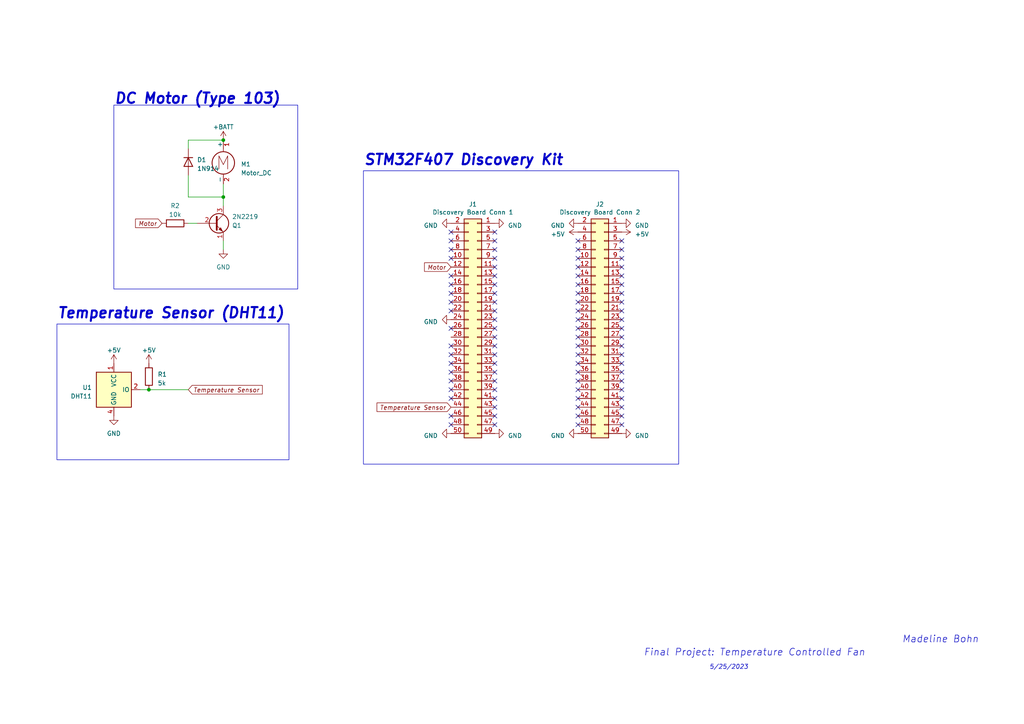
<source format=kicad_sch>
(kicad_sch (version 20230121) (generator eeschema)
  (paper "A4")
  (lib_symbols
    (symbol "Connector_Generic:Conn_02x25_Odd_Even" (pin_names (offset 1.016) hide)
      (property "Reference" "J" (at 1.27 33.02 0))
      (property "Value" "Conn_02x25_Odd_Even" (at 1.27 -33.02 0))
      (symbol "Conn_02x25_Odd_Even_1_1"
        (rectangle (start -1.27 -30.353) (end 0 -30.607) (stroke (width 0.1524)))
        (rectangle (start -1.27 -27.813) (end 0 -28.067) (stroke (width 0.1524)))
        (rectangle (start -1.27 -25.273) (end 0 -25.527) (stroke (width 0.1524)))
        (rectangle (start -1.27 -22.733) (end 0 -22.987) (stroke (width 0.1524)))
        (rectangle (start -1.27 -20.193) (end 0 -20.447) (stroke (width 0.1524)))
        (rectangle (start -1.27 -17.653) (end 0 -17.907) (stroke (width 0.1524)))
        (rectangle (start -1.27 -15.113) (end 0 -15.367) (stroke (width 0.1524)))
        (rectangle (start -1.27 -12.573) (end 0 -12.827) (stroke (width 0.1524)))
        (rectangle (start -1.27 -10.033) (end 0 -10.287) (stroke (width 0.1524)))
        (rectangle (start -1.27 -7.493) (end 0 -7.747) (stroke (width 0.1524)))
        (rectangle (start -1.27 -4.953) (end 0 -5.207) (stroke (width 0.1524)))
        (rectangle (start -1.27 -2.413) (end 0 -2.667) (stroke (width 0.1524)))
        (rectangle (start -1.27 0.127) (end 0 -0.127) (stroke (width 0.1524)))
        (rectangle (start -1.27 2.667) (end 0 2.413) (stroke (width 0.1524)))
        (rectangle (start -1.27 5.207) (end 0 4.953) (stroke (width 0.1524)))
        (rectangle (start -1.27 7.747) (end 0 7.493) (stroke (width 0.1524)))
        (rectangle (start -1.27 10.287) (end 0 10.033) (stroke (width 0.1524)))
        (rectangle (start -1.27 12.827) (end 0 12.573) (stroke (width 0.1524)))
        (rectangle (start -1.27 15.367) (end 0 15.113) (stroke (width 0.1524)))
        (rectangle (start -1.27 17.907) (end 0 17.653) (stroke (width 0.1524)))
        (rectangle (start -1.27 20.447) (end 0 20.193) (stroke (width 0.1524)))
        (rectangle (start -1.27 22.987) (end 0 22.733) (stroke (width 0.1524)))
        (rectangle (start -1.27 25.527) (end 0 25.273) (stroke (width 0.1524)))
        (rectangle (start -1.27 28.067) (end 0 27.813) (stroke (width 0.1524)))
        (rectangle (start -1.27 30.607) (end 0 30.353) (stroke (width 0.1524)))
        (rectangle (start -1.27 31.75) (end 3.81 -31.75) (stroke (width 0.254)) (fill (type background)))
        (rectangle (start 3.81 -30.353) (end 2.54 -30.607) (stroke (width 0.1524)))
        (rectangle (start 3.81 -27.813) (end 2.54 -28.067) (stroke (width 0.1524)))
        (rectangle (start 3.81 -25.273) (end 2.54 -25.527) (stroke (width 0.1524)))
        (rectangle (start 3.81 -22.733) (end 2.54 -22.987) (stroke (width 0.1524)))
        (rectangle (start 3.81 -20.193) (end 2.54 -20.447) (stroke (width 0.1524)))
        (rectangle (start 3.81 -17.653) (end 2.54 -17.907) (stroke (width 0.1524)))
        (rectangle (start 3.81 -15.113) (end 2.54 -15.367) (stroke (width 0.1524)))
        (rectangle (start 3.81 -12.573) (end 2.54 -12.827) (stroke (width 0.1524)))
        (rectangle (start 3.81 -10.033) (end 2.54 -10.287) (stroke (width 0.1524)))
        (rectangle (start 3.81 -7.493) (end 2.54 -7.747) (stroke (width 0.1524)))
        (rectangle (start 3.81 -4.953) (end 2.54 -5.207) (stroke (width 0.1524)))
        (rectangle (start 3.81 -2.413) (end 2.54 -2.667) (stroke (width 0.1524)))
        (rectangle (start 3.81 0.127) (end 2.54 -0.127) (stroke (width 0.1524)))
        (rectangle (start 3.81 2.667) (end 2.54 2.413) (stroke (width 0.1524)))
        (rectangle (start 3.81 5.207) (end 2.54 4.953) (stroke (width 0.1524)))
        (rectangle (start 3.81 7.747) (end 2.54 7.493) (stroke (width 0.1524)))
        (rectangle (start 3.81 10.287) (end 2.54 10.033) (stroke (width 0.1524)))
        (rectangle (start 3.81 12.827) (end 2.54 12.573) (stroke (width 0.1524)))
        (rectangle (start 3.81 15.367) (end 2.54 15.113) (stroke (width 0.1524)))
        (rectangle (start 3.81 17.907) (end 2.54 17.653) (stroke (width 0.1524)))
        (rectangle (start 3.81 20.447) (end 2.54 20.193) (stroke (width 0.1524)))
        (rectangle (start 3.81 22.987) (end 2.54 22.733) (stroke (width 0.1524)))
        (rectangle (start 3.81 25.527) (end 2.54 25.273) (stroke (width 0.1524)))
        (rectangle (start 3.81 28.067) (end 2.54 27.813) (stroke (width 0.1524)))
        (rectangle (start 3.81 30.607) (end 2.54 30.353) (stroke (width 0.1524)))
        (pin passive line (at -5.08 30.48 0) (length 3.81) (name "Pin_1") (number "1"))
        (pin passive line (at 7.62 20.32 180) (length 3.81) (name "Pin_10") (number "10"))
        (pin passive line (at -5.08 17.78 0) (length 3.81) (name "Pin_11") (number "11"))
        (pin passive line (at 7.62 17.78 180) (length 3.81) (name "Pin_12") (number "12"))
        (pin passive line (at -5.08 15.24 0) (length 3.81) (name "Pin_13") (number "13"))
        (pin passive line (at 7.62 15.24 180) (length 3.81) (name "Pin_14") (number "14"))
        (pin passive line (at -5.08 12.7 0) (length 3.81) (name "Pin_15") (number "15"))
        (pin passive line (at 7.62 12.7 180) (length 3.81) (name "Pin_16") (number "16"))
        (pin passive line (at -5.08 10.16 0) (length 3.81) (name "Pin_17") (number "17"))
        (pin passive line (at 7.62 10.16 180) (length 3.81) (name "Pin_18") (number "18"))
        (pin passive line (at -5.08 7.62 0) (length 3.81) (name "Pin_19") (number "19"))
        (pin passive line (at 7.62 30.48 180) (length 3.81) (name "Pin_2") (number "2"))
        (pin passive line (at 7.62 7.62 180) (length 3.81) (name "Pin_20") (number "20"))
        (pin passive line (at -5.08 5.08 0) (length 3.81) (name "Pin_21") (number "21"))
        (pin passive line (at 7.62 5.08 180) (length 3.81) (name "Pin_22") (number "22"))
        (pin passive line (at -5.08 2.54 0) (length 3.81) (name "Pin_23") (number "23"))
        (pin passive line (at 7.62 2.54 180) (length 3.81) (name "Pin_24") (number "24"))
        (pin passive line (at -5.08 0 0) (length 3.81) (name "Pin_25") (number "25"))
        (pin passive line (at 7.62 0 180) (length 3.81) (name "Pin_26") (number "26"))
        (pin passive line (at -5.08 -2.54 0) (length 3.81) (name "Pin_27") (number "27"))
        (pin passive line (at 7.62 -2.54 180) (length 3.81) (name "Pin_28") (number "28"))
        (pin passive line (at -5.08 -5.08 0) (length 3.81) (name "Pin_29") (number "29"))
        (pin passive line (at -5.08 27.94 0) (length 3.81) (name "Pin_3") (number "3"))
        (pin passive line (at 7.62 -5.08 180) (length 3.81) (name "Pin_30") (number "30"))
        (pin passive line (at -5.08 -7.62 0) (length 3.81) (name "Pin_31") (number "31"))
        (pin passive line (at 7.62 -7.62 180) (length 3.81) (name "Pin_32") (number "32"))
        (pin passive line (at -5.08 -10.16 0) (length 3.81) (name "Pin_33") (number "33"))
        (pin passive line (at 7.62 -10.16 180) (length 3.81) (name "Pin_34") (number "34"))
        (pin passive line (at -5.08 -12.7 0) (length 3.81) (name "Pin_35") (number "35"))
        (pin passive line (at 7.62 -12.7 180) (length 3.81) (name "Pin_36") (number "36"))
        (pin passive line (at -5.08 -15.24 0) (length 3.81) (name "Pin_37") (number "37"))
        (pin passive line (at 7.62 -15.24 180) (length 3.81) (name "Pin_38") (number "38"))
        (pin passive line (at -5.08 -17.78 0) (length 3.81) (name "Pin_39") (number "39"))
        (pin passive line (at 7.62 27.94 180) (length 3.81) (name "Pin_4") (number "4"))
        (pin passive line (at 7.62 -17.78 180) (length 3.81) (name "Pin_40") (number "40"))
        (pin passive line (at -5.08 -20.32 0) (length 3.81) (name "Pin_41") (number "41"))
        (pin passive line (at 7.62 -20.32 180) (length 3.81) (name "Pin_42") (number "42"))
        (pin passive line (at -5.08 -22.86 0) (length 3.81) (name "Pin_43") (number "43"))
        (pin passive line (at 7.62 -22.86 180) (length 3.81) (name "Pin_44") (number "44"))
        (pin passive line (at -5.08 -25.4 0) (length 3.81) (name "Pin_45") (number "45"))
        (pin passive line (at 7.62 -25.4 180) (length 3.81) (name "Pin_46") (number "46"))
        (pin passive line (at -5.08 -27.94 0) (length 3.81) (name "Pin_47") (number "47"))
        (pin passive line (at 7.62 -27.94 180) (length 3.81) (name "Pin_48") (number "48"))
        (pin passive line (at -5.08 -30.48 0) (length 3.81) (name "Pin_49") (number "49"))
        (pin passive line (at -5.08 25.4 0) (length 3.81) (name "Pin_5") (number "5"))
        (pin passive line (at 7.62 -30.48 180) (length 3.81) (name "Pin_50") (number "50"))
        (pin passive line (at 7.62 25.4 180) (length 3.81) (name "Pin_6") (number "6"))
        (pin passive line (at -5.08 22.86 0) (length 3.81) (name "Pin_7") (number "7"))
        (pin passive line (at 7.62 22.86 180) (length 3.81) (name "Pin_8") (number "8"))
        (pin passive line (at -5.08 20.32 0) (length 3.81) (name "Pin_9") (number "9"))
      )
    )
    (symbol "Device:R" (pin_numbers hide) (pin_names (offset 0))
      (property "Reference" "R" (at 2.032 0 90))
      (property "Value" "R" (at 0 0 90))
      (symbol "R_0_1"
        (rectangle (start -1.016 -2.54) (end 1.016 2.54) (stroke (width 0.254)))
      )
      (symbol "R_1_1"
        (pin passive line (at 0 3.81 270) (length 1.27) (name "~") (number "1"))
        (pin passive line (at 0 -3.81 90) (length 1.27) (name "~") (number "2"))
      )
    )
    (symbol "Diode:1N914" (pin_numbers hide) (pin_names hide)
      (property "Reference" "D" (at 0 2.54 0))
      (property "Value" "1N914" (at 0 -2.54 0))
      (symbol "1N914_0_1"
        (polyline (pts (xy -1.27 1.27) (xy -1.27 -1.27)) (stroke (width 0.254)))
        (polyline (pts (xy 1.27 0) (xy -1.27 0)))
        (polyline (pts (xy 1.27 1.27) (xy 1.27 -1.27) (xy -1.27 0) (xy 1.27 1.27)) (stroke (width 0.254)))
      )
      (symbol "1N914_1_1"
        (pin passive line (at -3.81 0 0) (length 2.54) (name "K") (number "1"))
        (pin passive line (at 3.81 0 180) (length 2.54) (name "A") (number "2"))
      )
    )
    (symbol "Motor:Motor_DC" (pin_names (offset 0))
      (property "Reference" "M" (at 2.54 2.54 0))
      (property "Value" "Motor_DC" (at 2.54 -5.08 0))
      (symbol "Motor_DC_0_0"
        (polyline (pts (xy -1.27 -3.302) (xy -1.27 0.508) (xy 0 -2.032) (xy 1.27 0.508) (xy 1.27 -3.302)))
      )
      (symbol "Motor_DC_0_1"
        (circle (center 0 -1.524) (radius 3.2512) (stroke (width 0.254)))
        (polyline (pts (xy 0 -7.62) (xy 0 -7.112)))
        (polyline (pts (xy 0 -4.7752) (xy 0 -5.1816)))
        (polyline (pts (xy 0 1.7272) (xy 0 2.0828)))
        (polyline (pts (xy 0 2.032) (xy 0 2.54)))
      )
      (symbol "Motor_DC_1_1"
        (pin passive line (at 0 5.08 270) (length 2.54) (name "+") (number "1"))
        (pin passive line (at 0 -7.62 90) (length 2.54) (name "-") (number "2"))
      )
    )
    (symbol "Sensor:DHT11"
      (property "Reference" "U" (at -3.81 6.35 0))
      (property "Value" "DHT11" (at 3.81 6.35 0))
      (symbol "DHT11_0_1"
        (rectangle (start -5.08 5.08) (end 5.08 -5.08) (stroke (width 0.254)) (fill (type background)))
      )
      (symbol "DHT11_1_1"
        (pin power_in line (at 0 7.62 270) (length 2.54) (name "VCC") (number "1"))
        (pin bidirectional line (at 7.62 0 180) (length 2.54) (name "IO") (number "2"))
        (pin no_connect line (at -5.08 0 0) (length 2.54) hide (name "NC") (number "3"))
        (pin power_in line (at 0 -7.62 90) (length 2.54) (name "GND") (number "4"))
      )
    )
    (symbol "Transistor_BJT:2N2219" (pin_names (offset 0) hide)
      (property "Reference" "Q" (at 5.08 1.905 0))
      (property "Value" "2N2219" (at 5.08 0 0))
      (symbol "2N2219_0_1"
        (polyline (pts (xy 0.635 0.635) (xy 2.54 2.54)))
        (polyline (pts (xy 0.635 -0.635) (xy 2.54 -2.54) (xy 2.54 -2.54)))
        (polyline (pts (xy 0.635 1.905) (xy 0.635 -1.905) (xy 0.635 -1.905)) (stroke (width 0.508)))
        (polyline (pts (xy 1.27 -1.778) (xy 1.778 -1.27) (xy 2.286 -2.286) (xy 1.27 -1.778) (xy 1.27 -1.778)) (fill (type outline)))
        (circle (center 1.27 0) (radius 2.8194) (stroke (width 0.254)))
      )
      (symbol "2N2219_1_1"
        (pin passive line (at 2.54 -5.08 90) (length 2.54) (name "E") (number "1"))
        (pin passive line (at -5.08 0 0) (length 5.715) (name "B") (number "2"))
        (pin passive line (at 2.54 5.08 270) (length 2.54) (name "C") (number "3"))
      )
    )
    (symbol "power:+5V" (power) (pin_names (offset 0))
      (property "Value" "+5V" (at 0 3.556 0))
      (symbol "+5V_0_1"
        (polyline (pts (xy -0.762 1.27) (xy 0 2.54)))
        (polyline (pts (xy 0 0) (xy 0 2.54)))
        (polyline (pts (xy 0 2.54) (xy 0.762 1.27)))
      )
      (symbol "+5V_1_1"
        (pin power_in line (at 0 0 90) (length 0) hide (name "+5V") (number "1"))
      )
    )
    (symbol "power:+BATT" (power) (pin_names (offset 0))
      (property "Value" "+BATT" (at 0 3.556 0))
      (symbol "+BATT_0_1"
        (polyline (pts (xy -0.762 1.27) (xy 0 2.54)))
        (polyline (pts (xy 0 0) (xy 0 2.54)))
        (polyline (pts (xy 0 2.54) (xy 0.762 1.27)))
      )
      (symbol "+BATT_1_1"
        (pin power_in line (at 0 0 90) (length 0) hide (name "+BATT") (number "1"))
      )
    )
    (symbol "power:GND" (power) (pin_names (offset 0))
      (property "Value" "GND" (at 0 -3.81 0))
      (symbol "GND_0_1"
        (polyline (pts (xy 0 0) (xy 0 -1.27) (xy 1.27 -1.27) (xy 0 -2.54) (xy -1.27 -1.27) (xy 0 -1.27)))
      )
      (symbol "GND_1_1"
        (pin power_in line (at 0 0 270) (length 0) hide (name "GND") (number "1"))
      )
    )
  )
  (junction (at 64.77 57.15))
  (junction (at 43.18 113.03))
  (junction (at 64.77 40.64))
  (no_connect (at 180.34 77.47))
  (no_connect (at 167.64 90.17))
  (no_connect (at 180.34 102.87))
  (no_connect (at 130.81 95.25))
  (no_connect (at 143.51 87.63))
  (no_connect (at 167.64 92.71))
  (no_connect (at 167.64 118.11))
  (no_connect (at 167.64 74.93))
  (no_connect (at 130.81 110.49))
  (no_connect (at 180.34 72.39))
  (no_connect (at 130.81 105.41))
  (no_connect (at 143.51 120.65))
  (no_connect (at 180.34 118.11))
  (no_connect (at 130.81 90.17))
  (no_connect (at 130.81 100.33))
  (no_connect (at 167.64 100.33))
  (no_connect (at 180.34 87.63))
  (no_connect (at 167.64 77.47))
  (no_connect (at 143.51 74.93))
  (no_connect (at 180.34 110.49))
  (no_connect (at 167.64 85.09))
  (no_connect (at 143.51 110.49))
  (no_connect (at 143.51 82.55))
  (no_connect (at 143.51 97.79))
  (no_connect (at 167.64 105.41))
  (no_connect (at 180.34 107.95))
  (no_connect (at 167.64 113.03))
  (no_connect (at 167.64 87.63))
  (no_connect (at 143.51 123.19))
  (no_connect (at 143.51 115.57))
  (no_connect (at 130.81 80.01))
  (no_connect (at 143.51 113.03))
  (no_connect (at 130.81 115.57))
  (no_connect (at 180.34 90.17))
  (no_connect (at 167.64 69.85))
  (no_connect (at 143.51 102.87))
  (no_connect (at 130.81 107.95))
  (no_connect (at 143.51 90.17))
  (no_connect (at 143.51 105.41))
  (no_connect (at 167.64 97.79))
  (no_connect (at 180.34 85.09))
  (no_connect (at 180.34 113.03))
  (no_connect (at 130.81 85.09))
  (no_connect (at 143.51 107.95))
  (no_connect (at 143.51 77.47))
  (no_connect (at 130.81 67.31))
  (no_connect (at 130.81 120.65))
  (no_connect (at 167.64 115.57))
  (no_connect (at 167.64 120.65))
  (no_connect (at 180.34 100.33))
  (no_connect (at 130.81 82.55))
  (no_connect (at 167.64 82.55))
  (no_connect (at 180.34 120.65))
  (no_connect (at 143.51 95.25))
  (no_connect (at 143.51 72.39))
  (no_connect (at 180.34 95.25))
  (no_connect (at 180.34 82.55))
  (no_connect (at 130.81 74.93))
  (no_connect (at 180.34 115.57))
  (no_connect (at 180.34 74.93))
  (no_connect (at 167.64 123.19))
  (no_connect (at 143.51 118.11))
  (no_connect (at 143.51 92.71))
  (no_connect (at 130.81 113.03))
  (no_connect (at 167.64 110.49))
  (no_connect (at 143.51 80.01))
  (no_connect (at 167.64 80.01))
  (no_connect (at 130.81 123.19))
  (no_connect (at 180.34 80.01))
  (no_connect (at 167.64 72.39))
  (no_connect (at 130.81 87.63))
  (no_connect (at 130.81 69.85))
  (no_connect (at 143.51 85.09))
  (no_connect (at 180.34 97.79))
  (no_connect (at 143.51 67.31))
  (no_connect (at 130.81 102.87))
  (no_connect (at 167.64 102.87))
  (no_connect (at 167.64 95.25))
  (no_connect (at 180.34 105.41))
  (no_connect (at 180.34 123.19))
  (no_connect (at 180.34 92.71))
  (no_connect (at 143.51 100.33))
  (no_connect (at 167.64 107.95))
  (no_connect (at 130.81 72.39))
  (no_connect (at 180.34 69.85))
  (no_connect (at 143.51 69.85))
  (wire (pts (xy 64.77 53.34) (xy 64.77 57.15)))
  (wire (pts (xy 64.77 72.39) (xy 64.77 69.85)))
  (wire (pts (xy 54.61 64.77) (xy 57.15 64.77)))
  (wire (pts (xy 54.61 50.8) (xy 54.61 57.15)))
  (wire (pts (xy 43.18 113.03) (xy 54.61 113.03)))
  (wire (pts (xy 64.77 57.15) (xy 64.77 59.69)))
  (wire (pts (xy 54.61 40.64) (xy 64.77 40.64)))
  (wire (pts (xy 54.61 43.18) (xy 54.61 40.64)))
  (wire (pts (xy 54.61 57.15) (xy 64.77 57.15)))
  (wire (pts (xy 40.64 113.03) (xy 43.18 113.03)))
  (rectangle (start 16.51 93.98) (end 83.82 133.35))
  (rectangle (start 105.41 49.53) (end 196.85 134.62))
  (rectangle (start 33.02 30.48) (end 86.36 83.82))
  (text "5/25/2023" (at 205.74 194.31 0) (effects (font (size 1.27 1.27) italic) (justify left bottom)))
  (text "STM32F407 Discovery Kit" (at 105.41 48.26 0) (effects (font (size 3 3) (thickness 0.6) bold italic) (justify left bottom)))
  (text "Temperature Sensor (DHT11)\n" (at 16.51 92.71 0) (effects (font (size 3 3) (thickness 0.6) bold italic) (justify left bottom)))
  (text "Madeline Bohn" (at 261.62 186.69 0) (effects (font (size 2 2) italic) (justify left bottom)))
  (text "DC Motor (Type 103)" (at 33.02 30.48 0) (effects (font (size 3 3) (thickness 0.6) bold italic) (justify left bottom)))
  (text "Final Project: Temperature Controlled Fan\n" (at 186.69 190.5 0) (effects (font (size 2 2) italic) (justify left bottom)))
  (global_label "Temperature Sensor" (shape input) (at 130.81 118.11 180) (effects (font italic)) (property "Intersheetrefs" "${INTERSHEET_REFS}" (effects hide)))
  (global_label "Temperature Sensor" (shape input) (at 54.61 113.03 0) (effects (font italic)) (property "Intersheetrefs" "${INTERSHEET_REFS}" (effects hide)))
  (global_label "Motor" (shape input) (at 130.81 77.47 180) (effects (font italic)) (property "Intersheetrefs" "${INTERSHEET_REFS}" (effects hide)))
  (global_label "Motor" (shape input) (at 46.99 64.77 180) (effects (font italic)) (property "Intersheetrefs" "${INTERSHEET_REFS}" (effects hide)))
  (symbol (lib_id "power:GND") (at 130.81 92.71 270) (unit 1)
    (property "Reference" "#PWR014" (effects hide))
    (property "Value" "GND" (at 127 93.345 90) (effects (justify right)))
  )
  (symbol (lib_id "Diode:1N914") (at 54.61 46.99 270) (unit 1)
    (property "Reference" "D1" (at 57.15 46.355 90) (effects (justify left)))
    (property "Value" "1N914" (at 57.15 48.895 90) (effects (justify left)))
    (property "Footprint" "Diode_THT:D_DO-35_SOD27_P7.62mm_Horizontal" (effects hide))
    (property "Datasheet" "http://www.vishay.com/docs/85622/1n914.pdf" (effects hide))
    (property "Sim.Device" "D" (effects hide))
    (property "Sim.Pins" "1=K 2=A" (effects hide))
  )
  (symbol (lib_id "power:GND") (at 180.34 125.73 90) (unit 1)
    (property "Reference" "#PWR012" (effects hide))
    (property "Value" "GND" (at 184.15 126.365 90) (effects (justify right)))
  )
  (symbol (lib_id "power:GND") (at 143.51 64.77 90) (unit 1)
    (property "Reference" "#PWR07" (effects hide))
    (property "Value" "GND" (at 147.32 65.405 90) (effects (justify right)))
  )
  (symbol (lib_id "Connector_Generic:Conn_02x25_Odd_Even") (at 138.43 95.25 0) (mirror y) (unit 1)
    (property "Reference" "J1" (at 137.16 59.2582 0))
    (property "Value" "Discovery Board Conn 1" (at 137.16 61.5696 0))
    (property "Footprint" "Connector_PinSocket_2.54mm:PinSocket_2x25_P2.54mm_Vertical" (effects hide))
  )
  (symbol (lib_id "power:+BATT") (at 64.77 40.64 0) (unit 1)
    (property "Reference" "#PWR05" (effects hide))
    (property "Value" "+BATT" (at 64.77 36.83 0))
  )
  (symbol (lib_id "power:GND") (at 167.64 64.77 270) (unit 1)
    (property "Reference" "#PWR011" (effects hide))
    (property "Value" "GND" (at 163.83 65.405 90) (effects (justify right)))
  )
  (symbol (lib_id "power:+5V") (at 43.18 105.41 0) (unit 1)
    (property "Reference" "#PWR04" (effects hide))
    (property "Value" "+5V" (at 43.18 101.6 0))
  )
  (symbol (lib_id "power:+5V") (at 180.34 67.31 270) (unit 1)
    (property "Reference" "#PWR016" (effects hide))
    (property "Value" "+5V" (at 184.15 67.945 90) (effects (justify left)))
  )
  (symbol (lib_id "Motor:Motor_DC") (at 64.77 45.72 0) (unit 1)
    (property "Reference" "M1" (at 69.85 47.625 0) (effects (justify left)))
    (property "Value" "Motor_DC" (at 69.85 50.165 0) (effects (justify left)))
    (property "Footprint" "Motors:Vybronics_VZ30C1T8219732L" (effects hide))
  )
  (symbol (lib_id "Device:R") (at 50.8 64.77 90) (unit 1)
    (property "Reference" "R2" (at 50.8 59.69 90))
    (property "Value" "10k" (at 50.8 62.23 90))
    (property "Footprint" "Resistor_THT:R_Axial_DIN0204_L3.6mm_D1.6mm_P5.08mm_Vertical" (effects hide))
  )
  (symbol (lib_id "power:GND") (at 130.81 64.77 270) (unit 1)
    (property "Reference" "#PWR06" (effects hide))
    (property "Value" "GND" (at 127 65.405 90) (effects (justify right)))
  )
  (symbol (lib_id "power:GND") (at 180.34 64.77 90) (unit 1)
    (property "Reference" "#PWR010" (effects hide))
    (property "Value" "GND" (at 184.15 65.405 90) (effects (justify right)))
  )
  (symbol (lib_id "Transistor_BJT:2N2219") (at 62.23 64.77 0) (unit 1)
    (property "Reference" "Q1" (at 67.31 65.405 0) (effects (justify left)))
    (property "Value" "2N2219" (at 67.31 62.865 0) (effects (justify left)))
    (property "Footprint" "Package_TO_SOT_THT:TO-39-3" (effects hide))
    (property "Datasheet" "http://www.onsemi.com/pub_link/Collateral/2N2219-D.PDF" (effects hide))
  )
  (symbol (lib_id "power:+5V") (at 167.64 67.31 90) (unit 1)
    (property "Reference" "#PWR015" (effects hide))
    (property "Value" "+5V" (at 163.83 67.945 90) (effects (justify left)))
  )
  (symbol (lib_id "Connector_Generic:Conn_02x25_Odd_Even") (at 175.26 95.25 0) (mirror y) (unit 1)
    (property "Reference" "J2" (at 173.99 59.2582 0))
    (property "Value" "Discovery Board Conn 2" (at 173.99 61.5696 0))
    (property "Footprint" "Connector_PinSocket_2.54mm:PinSocket_2x25_P2.54mm_Vertical" (effects hide))
  )
  (symbol (lib_id "power:+5V") (at 33.02 105.41 0) (unit 1)
    (property "Reference" "#PWR03" (effects hide))
    (property "Value" "+5V" (at 33.02 101.6 0))
  )
  (symbol (lib_id "Device:R") (at 43.18 109.22 0) (unit 1)
    (property "Reference" "R1" (at 45.72 108.585 0) (effects (justify left)))
    (property "Value" "5k" (at 45.72 111.125 0) (effects (justify left)))
    (property "Footprint" "Resistor_THT:R_Axial_DIN0204_L3.6mm_D1.6mm_P5.08mm_Vertical" (effects hide))
  )
  (symbol (lib_id "power:GND") (at 64.77 72.39 0) (unit 1)
    (property "Reference" "#PWR01" (effects hide))
    (property "Value" "GND" (at 64.77 77.47 0))
  )
  (symbol (lib_id "power:GND") (at 143.51 125.73 90) (unit 1)
    (property "Reference" "#PWR08" (effects hide))
    (property "Value" "GND" (at 147.32 126.365 90) (effects (justify right)))
  )
  (symbol (lib_id "Sensor:DHT11") (at 33.02 113.03 0) (unit 1)
    (property "Reference" "U1" (at 26.67 112.395 0) (effects (justify right)))
    (property "Value" "DHT11" (at 26.67 114.935 0) (effects (justify right)))
    (property "Footprint" "Sensor:Aosong_DHT11_5.5x12.0_P2.54mm" (effects hide))
    (property "Datasheet" "http://akizukidenshi.com/download/ds/aosong/DHT11.pdf" (effects hide))
  )
  (symbol (lib_id "power:GND") (at 33.02 120.65 0) (unit 1)
    (property "Reference" "#PWR02" (effects hide))
    (property "Value" "GND" (at 33.02 125.73 0))
  )
  (symbol (lib_id "power:GND") (at 167.64 125.73 270) (unit 1)
    (property "Reference" "#PWR013" (effects hide))
    (property "Value" "GND" (at 163.83 126.365 90) (effects (justify right)))
  )
  (symbol (lib_id "power:GND") (at 130.81 125.73 270) (unit 1)
    (property "Reference" "#PWR09" (effects hide))
    (property "Value" "GND" (at 127 126.365 90) (effects (justify right)))
  )
)
</source>
